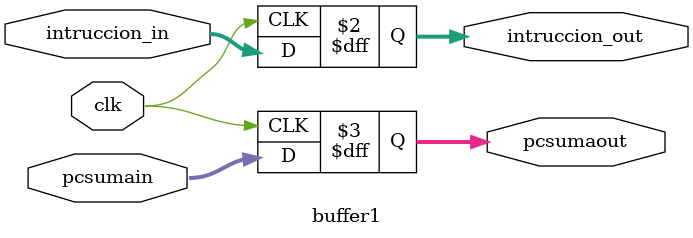
<source format=v>
module buffer1(
input [31:0] intruccion_in,
input [31:0]pcsumain,
input clk,
output reg [31:0]intruccion_out,
output reg [31:0]pcsumaout
);

always @(posedge clk)
	begin
	intruccion_out <= intruccion_in;
	pcsumaout <=  pcsumain;
	end 

endmodule 

</source>
